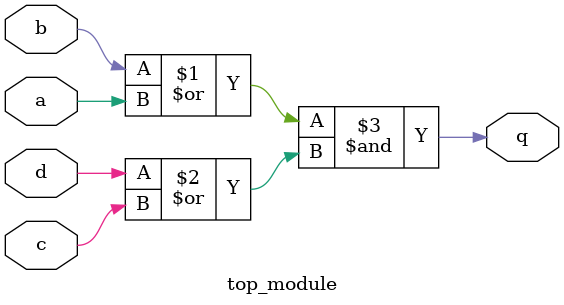
<source format=v>
module top_module (
    input a,
    input b,
    input c,
    input d,
    output q );//

    assign q = (b|a) & (d|c);

endmodule
</source>
